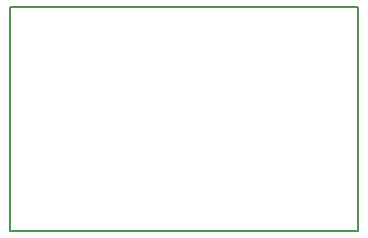
<source format=gm1>
G04*
G04 #@! TF.GenerationSoftware,Altium Limited,Altium Designer,20.0.2 (26)*
G04*
G04 Layer_Color=16711935*
%FSLAX25Y25*%
%MOIN*%
G70*
G01*
G75*
%ADD10C,0.00787*%
D10*
X115999Y0D02*
Y74803D01*
X0D02*
X116000D01*
X0Y0D02*
Y74803D01*
Y0D02*
X116000D01*
M02*

</source>
